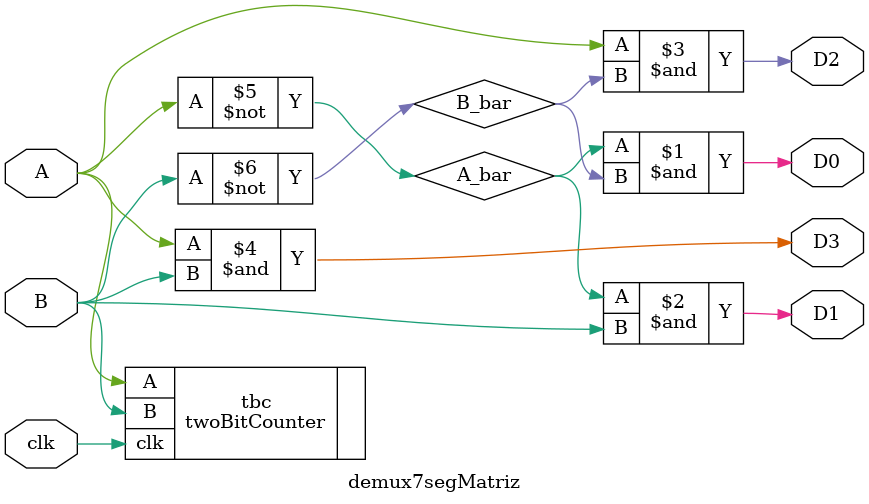
<source format=v>
module demux7segMatriz(D0, D1, D2, D3, clk, A, B);
	
	// Declaraçao de entradas e saidas
	input clk;
	output D0, D1, D2, D3;
	inout A, B;
	
	// Declaraçao Fios intermediarios
	wire Q_F0, Q_F1, A_bar, B_bar;
	
	//Logica dos digitos
	not not0 (A_bar, A);
	not not1 (B_bar, B);
	and and1 (D0, A_bar, B_bar);
	and and2 (D1, A_bar, B);
	and and3 (D2, A, B_bar);
	and and4 (D3, A, B);
	
	twoBitCounter tbc(
	
	.clk(clk),
	.A (A),
	.B (B)

);

endmodule

</source>
